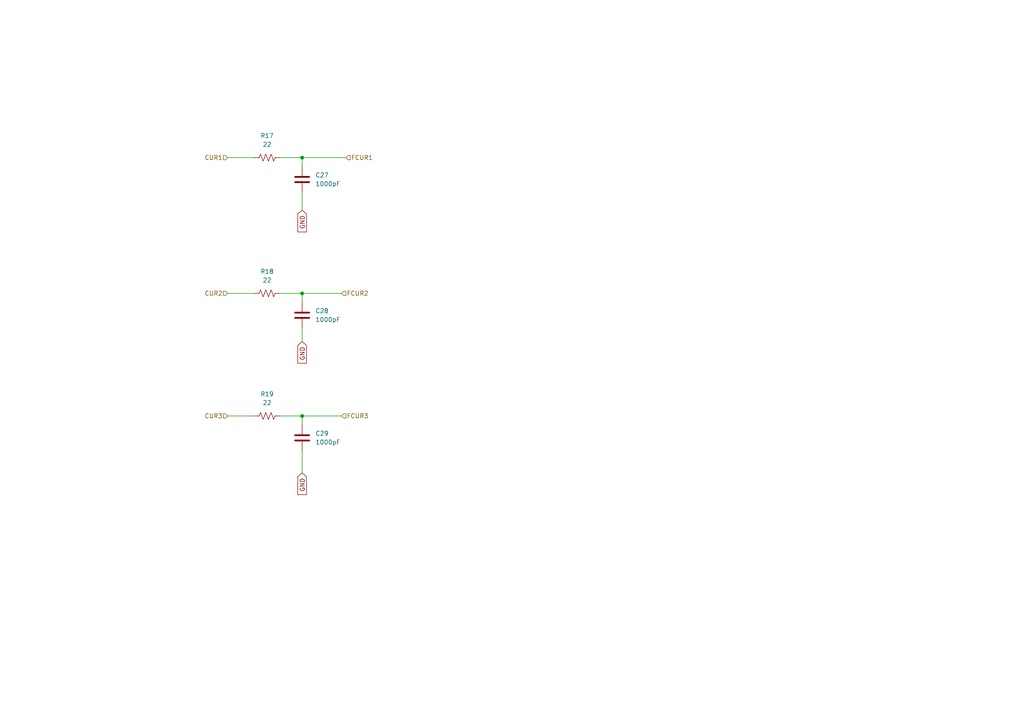
<source format=kicad_sch>
(kicad_sch (version 20231120) (generator "eeschema") (generator_version "8.0")
  (paper "A4")
  (title_block (title "moteus-x1") (rev "1"))
  (lib_symbols
    (symbol "Device:C" (pin_numbers hide) (pin_names (offset 0.254))
      (property "Reference" "C" (at 0.635 2.54 0))
      (property "Value" "C" (at 0.635 -2.54 0))
      (symbol "C_0_1"
        (polyline (pts (xy -2.032 -0.762) (xy 2.032 -0.762)) (stroke (width 0.508)))
        (polyline (pts (xy -2.032 0.762) (xy 2.032 0.762)) (stroke (width 0.508)))
      )
      (symbol "C_1_1"
        (pin passive line (at 0 3.81 270) (length 2.794) (name "~") (number "1"))
        (pin passive line (at 0 -3.81 90) (length 2.794) (name "~") (number "2"))
      )
    )
    (symbol "Device:R_US" (pin_numbers hide) (pin_names (offset 0))
      (property "Reference" "R" (at 2.54 0 90))
      (property "Value" "R_US" (at -2.54 0 90))
      (symbol "R_US_0_1"
        (polyline (pts (xy 0 -2.286) (xy 0 -2.54)))
        (polyline (pts (xy 0 2.286) (xy 0 2.54)))
        (polyline (pts (xy 0 -0.762) (xy 1.016 -1.143) (xy 0 -1.524) (xy -1.016 -1.905) (xy 0 -2.286)))
        (polyline (pts (xy 0 0.762) (xy 1.016 0.381) (xy 0 0) (xy -1.016 -0.381) (xy 0 -0.762)))
        (polyline (pts (xy 0 2.286) (xy 1.016 1.905) (xy 0 1.524) (xy -1.016 1.143) (xy 0 0.762)))
      )
      (symbol "R_US_1_1"
        (pin passive line (at 0 3.81 270) (length 1.27) (name "~") (number "1"))
        (pin passive line (at 0 -3.81 90) (length 1.27) (name "~") (number "2"))
      )
    )
  )
  (junction (at 87.63 85.09))
  (junction (at 87.63 120.65))
  (junction (at 87.63 45.72))
  (wire (pts (xy 87.63 45.72) (xy 100.33 45.72)))
  (wire (pts (xy 87.63 120.65) (xy 99.06 120.65)))
  (wire (pts (xy 81.28 45.72) (xy 87.63 45.72)))
  (wire (pts (xy 87.63 55.88) (xy 87.63 60.96)))
  (wire (pts (xy 87.63 120.65) (xy 87.63 123.19)))
  (wire (pts (xy 81.28 120.65) (xy 87.63 120.65)))
  (wire (pts (xy 66.04 45.72) (xy 73.66 45.72)))
  (wire (pts (xy 87.63 85.09) (xy 99.06 85.09)))
  (wire (pts (xy 87.63 85.09) (xy 87.63 87.63)))
  (wire (pts (xy 87.63 95.25) (xy 87.63 99.06)))
  (wire (pts (xy 66.04 85.09) (xy 73.66 85.09)))
  (wire (pts (xy 66.04 120.65) (xy 73.66 120.65)))
  (wire (pts (xy 87.63 45.72) (xy 87.63 48.26)))
  (wire (pts (xy 87.63 130.81) (xy 87.63 137.16)))
  (wire (pts (xy 81.28 85.09) (xy 87.63 85.09)))
  (global_label "GND" (shape input) (at 87.63 137.16 270) (property "Intersheetrefs" "${INTERSHEET_REFS}" (effects (hide yes))))
  (global_label "GND" (shape input) (at 87.63 60.96 270) (property "Intersheetrefs" "${INTERSHEET_REFS}" (effects (hide yes))))
  (global_label "GND" (shape input) (at 87.63 99.06 270) (property "Intersheetrefs" "${INTERSHEET_REFS}" (effects (hide yes))))
  (hierarchical_label "CUR2" (shape input) (at 66.04 85.09 180))
  (hierarchical_label "CUR3" (shape input) (at 66.04 120.65 180))
  (hierarchical_label "FCUR1" (shape input) (at 100.33 45.72 0))
  (hierarchical_label "FCUR2" (shape input) (at 99.06 85.09 0))
  (hierarchical_label "FCUR3" (shape input) (at 99.06 120.65 0))
  (hierarchical_label "CUR1" (shape input) (at 66.04 45.72 180))
  (symbol (lib_id "Device:R_US") (at 77.47 45.72 90) (unit 1)
    (property "Reference" "R17" (at 77.47 39.37 90))
    (property "Value" "22" (at 77.47 41.91 90))
    (property "Footprint" "Resistor_SMD:R_0402_1005Metric" (effects (hide yes)))
    (property "MPN" "MF-RES-0402-22" (effects (hide yes)))
    (property "POPULATE" "1" (effects (hide yes)))
  )
  (symbol (lib_id "Device:C") (at 87.63 91.44 0) (unit 1)
    (property "Reference" "C28" (at 91.44 90.17 0) (effects (justify left)))
    (property "Value" "1000pF" (at 91.44 92.71 0) (effects (justify left)))
    (property "Footprint" "Capacitor_SMD:C_0402_1005Metric" (effects (hide yes)))
    (property "MPN" "MF-CAP-0402-1nF" (effects (hide yes)))
    (property "POPULATE" "1" (effects (hide yes)))
  )
  (symbol (lib_id "Device:C") (at 87.63 52.07 0) (unit 1)
    (property "Reference" "C27" (at 91.44 50.8 0) (effects (justify left)))
    (property "Value" "1000pF" (at 91.44 53.34 0) (effects (justify left)))
    (property "Footprint" "Capacitor_SMD:C_0402_1005Metric" (effects (hide yes)))
    (property "MPN" "MF-CAP-0402-1nF" (effects (hide yes)))
    (property "POPULATE" "1" (effects (hide yes)))
  )
  (symbol (lib_id "Device:C") (at 87.63 127 0) (unit 1)
    (property "Reference" "C29" (at 91.44 125.73 0) (effects (justify left)))
    (property "Value" "1000pF" (at 91.44 128.27 0) (effects (justify left)))
    (property "Footprint" "Capacitor_SMD:C_0402_1005Metric" (effects (hide yes)))
    (property "MPN" "MF-CAP-0402-1nF" (effects (hide yes)))
    (property "POPULATE" "1" (effects (hide yes)))
  )
  (symbol (lib_id "Device:R_US") (at 77.47 120.65 90) (unit 1)
    (property "Reference" "R19" (at 77.47 114.3 90))
    (property "Value" "22" (at 77.47 116.84 90))
    (property "Footprint" "Resistor_SMD:R_0402_1005Metric" (effects (hide yes)))
    (property "MPN" "MF-RES-0402-22" (effects (hide yes)))
    (property "POPULATE" "1" (effects (hide yes)))
  )
  (symbol (lib_id "Device:R_US") (at 77.47 85.09 90) (unit 1)
    (property "Reference" "R18" (at 77.47 78.74 90))
    (property "Value" "22" (at 77.47 81.28 90))
    (property "Footprint" "Resistor_SMD:R_0402_1005Metric" (effects (hide yes)))
    (property "MPN" "MF-RES-0402-22" (effects (hide yes)))
    (property "POPULATE" "1" (effects (hide yes)))
  )
)
</source>
